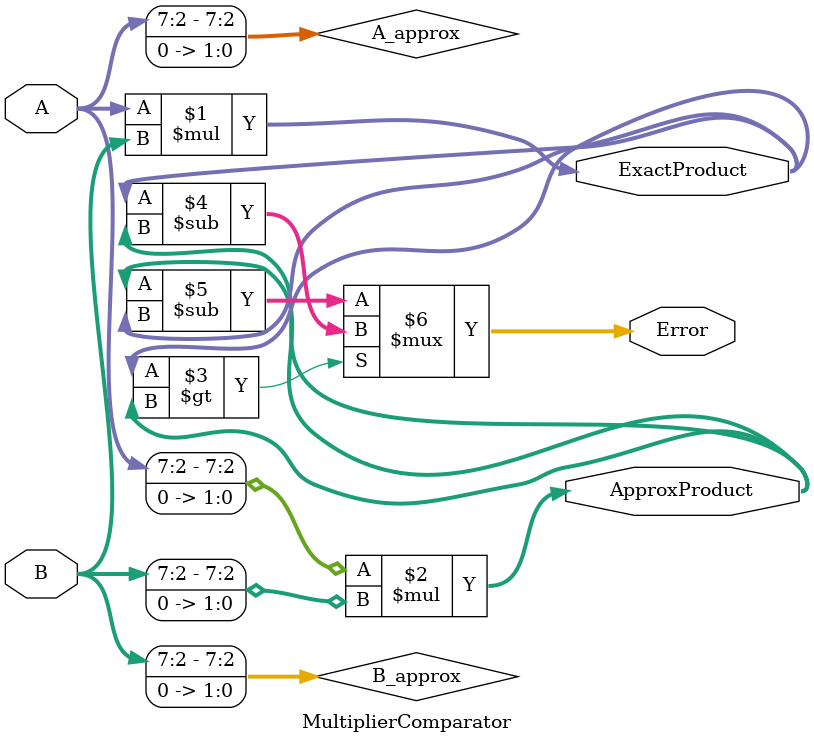
<source format=v>
`timescale 1ns / 1ps

module MultiplierComparator #(parameter N = 8) (
    input  [N-1:0] A,
    input  [N-1:0] B,
    output [2*N-1:0] ExactProduct,
    output [2*N-1:0] ApproxProduct,
    output [2*N-1:0] Error
);

    // Exact multiplication
    assign ExactProduct = A * B;

    // Approximate multiplication: truncation of 2 LSBs
    wire [N-1:0] A_approx = {A[N-1:2], 2'b00};
    wire [N-1:0] B_approx = {B[N-1:2], 2'b00};
    assign ApproxProduct = A_approx * B_approx;

    // Absolute Error = |Exact - Approx|a
    assign Error = (ExactProduct > ApproxProduct) ? 
                   (ExactProduct - ApproxProduct) : 
                   (ApproxProduct - ExactProduct);

endmodule


</source>
